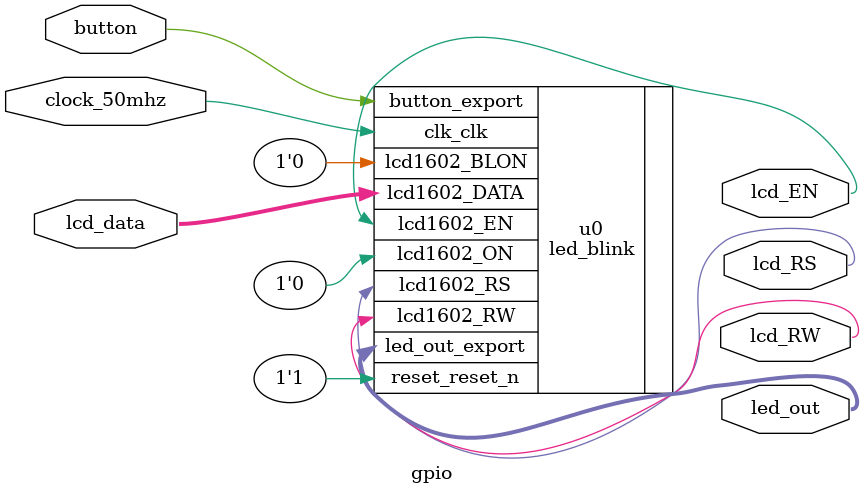
<source format=v>
module gpio( clock_50mhz,
				 led_out,
				 button,
				 lcd_data,
				 //lcd_on,
				 lcd_EN,
				 lcd_RS,
				 lcd_RW
				);

input clock_50mhz;
output [7:0] 	led_out;
input 			button;
inout [7:0] 	lcd_data;
				 //lcd_on,
output			lcd_EN;
output		 	lcd_RS;
output		 	lcd_RW;

    led_blink u0 (
        .button_export  (button),  //  button.export
        .clk_clk        (clock_50mhz),        //     clk.clk
        .lcd1602_DATA   (lcd_data),   // lcd1602.DATA
        .lcd1602_ON     (1'b0),     //        .ON
        .lcd1602_BLON   (1'b0),   //        .BLON
        .lcd1602_EN     (lcd_EN),     //        .EN
        .lcd1602_RS     (lcd_RS),     //        .RS
        .lcd1602_RW     (lcd_RW),     //        .RW
        .led_out_export (led_out), // led_out.export
        .reset_reset_n  (1'b1)   //   reset.reset_n
    );


endmodule
				
				
				
				
				
</source>
